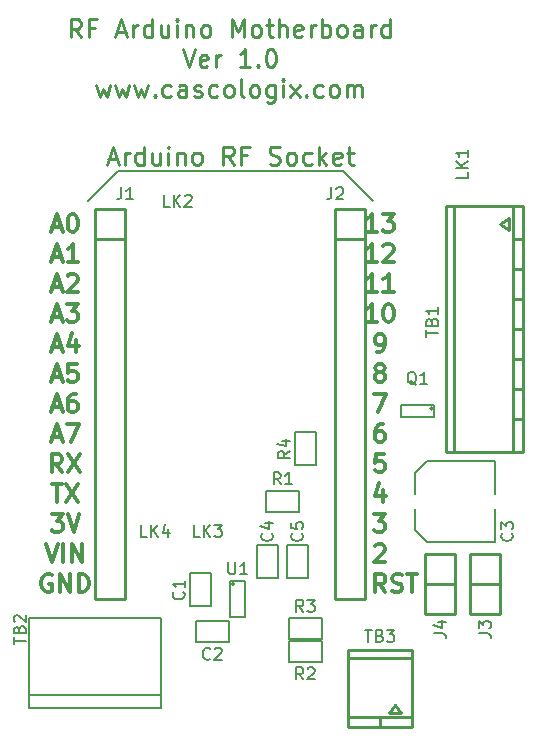
<source format=gbr>
G04 #@! TF.FileFunction,Legend,Top*
%FSLAX46Y46*%
G04 Gerber Fmt 4.6, Leading zero omitted, Abs format (unit mm)*
G04 Created by KiCad (PCBNEW 4.0.1-stable) date 1/29/2016 6:59:16 PM*
%MOMM*%
G01*
G04 APERTURE LIST*
%ADD10C,0.100000*%
%ADD11C,0.254000*%
%ADD12C,0.203200*%
%ADD13C,0.300000*%
%ADD14C,0.127000*%
%ADD15C,0.150000*%
%ADD16C,0.152400*%
G04 APERTURE END LIST*
D10*
D11*
X12772571Y-3229429D02*
X12264571Y-2503714D01*
X11901714Y-3229429D02*
X11901714Y-1705429D01*
X12482286Y-1705429D01*
X12627428Y-1778000D01*
X12700000Y-1850571D01*
X12772571Y-1995714D01*
X12772571Y-2213429D01*
X12700000Y-2358571D01*
X12627428Y-2431143D01*
X12482286Y-2503714D01*
X11901714Y-2503714D01*
X13933714Y-2431143D02*
X13425714Y-2431143D01*
X13425714Y-3229429D02*
X13425714Y-1705429D01*
X14151428Y-1705429D01*
X15820572Y-2794000D02*
X16546286Y-2794000D01*
X15675429Y-3229429D02*
X16183429Y-1705429D01*
X16691429Y-3229429D01*
X17199429Y-3229429D02*
X17199429Y-2213429D01*
X17199429Y-2503714D02*
X17272001Y-2358571D01*
X17344572Y-2286000D01*
X17489715Y-2213429D01*
X17634858Y-2213429D01*
X18796001Y-3229429D02*
X18796001Y-1705429D01*
X18796001Y-3156857D02*
X18650858Y-3229429D01*
X18360572Y-3229429D01*
X18215430Y-3156857D01*
X18142858Y-3084286D01*
X18070287Y-2939143D01*
X18070287Y-2503714D01*
X18142858Y-2358571D01*
X18215430Y-2286000D01*
X18360572Y-2213429D01*
X18650858Y-2213429D01*
X18796001Y-2286000D01*
X20174858Y-2213429D02*
X20174858Y-3229429D01*
X19521715Y-2213429D02*
X19521715Y-3011714D01*
X19594287Y-3156857D01*
X19739429Y-3229429D01*
X19957144Y-3229429D01*
X20102287Y-3156857D01*
X20174858Y-3084286D01*
X20900572Y-3229429D02*
X20900572Y-2213429D01*
X20900572Y-1705429D02*
X20828001Y-1778000D01*
X20900572Y-1850571D01*
X20973144Y-1778000D01*
X20900572Y-1705429D01*
X20900572Y-1850571D01*
X21626286Y-2213429D02*
X21626286Y-3229429D01*
X21626286Y-2358571D02*
X21698858Y-2286000D01*
X21844000Y-2213429D01*
X22061715Y-2213429D01*
X22206858Y-2286000D01*
X22279429Y-2431143D01*
X22279429Y-3229429D01*
X23222857Y-3229429D02*
X23077715Y-3156857D01*
X23005143Y-3084286D01*
X22932572Y-2939143D01*
X22932572Y-2503714D01*
X23005143Y-2358571D01*
X23077715Y-2286000D01*
X23222857Y-2213429D01*
X23440572Y-2213429D01*
X23585715Y-2286000D01*
X23658286Y-2358571D01*
X23730857Y-2503714D01*
X23730857Y-2939143D01*
X23658286Y-3084286D01*
X23585715Y-3156857D01*
X23440572Y-3229429D01*
X23222857Y-3229429D01*
X25545143Y-3229429D02*
X25545143Y-1705429D01*
X26053143Y-2794000D01*
X26561143Y-1705429D01*
X26561143Y-3229429D01*
X27504571Y-3229429D02*
X27359429Y-3156857D01*
X27286857Y-3084286D01*
X27214286Y-2939143D01*
X27214286Y-2503714D01*
X27286857Y-2358571D01*
X27359429Y-2286000D01*
X27504571Y-2213429D01*
X27722286Y-2213429D01*
X27867429Y-2286000D01*
X27940000Y-2358571D01*
X28012571Y-2503714D01*
X28012571Y-2939143D01*
X27940000Y-3084286D01*
X27867429Y-3156857D01*
X27722286Y-3229429D01*
X27504571Y-3229429D01*
X28448000Y-2213429D02*
X29028571Y-2213429D01*
X28665714Y-1705429D02*
X28665714Y-3011714D01*
X28738286Y-3156857D01*
X28883428Y-3229429D01*
X29028571Y-3229429D01*
X29536571Y-3229429D02*
X29536571Y-1705429D01*
X30189714Y-3229429D02*
X30189714Y-2431143D01*
X30117143Y-2286000D01*
X29972000Y-2213429D01*
X29754285Y-2213429D01*
X29609143Y-2286000D01*
X29536571Y-2358571D01*
X31496000Y-3156857D02*
X31350857Y-3229429D01*
X31060571Y-3229429D01*
X30915428Y-3156857D01*
X30842857Y-3011714D01*
X30842857Y-2431143D01*
X30915428Y-2286000D01*
X31060571Y-2213429D01*
X31350857Y-2213429D01*
X31496000Y-2286000D01*
X31568571Y-2431143D01*
X31568571Y-2576286D01*
X30842857Y-2721429D01*
X32221714Y-3229429D02*
X32221714Y-2213429D01*
X32221714Y-2503714D02*
X32294286Y-2358571D01*
X32366857Y-2286000D01*
X32512000Y-2213429D01*
X32657143Y-2213429D01*
X33165143Y-3229429D02*
X33165143Y-1705429D01*
X33165143Y-2286000D02*
X33310286Y-2213429D01*
X33600572Y-2213429D01*
X33745715Y-2286000D01*
X33818286Y-2358571D01*
X33890857Y-2503714D01*
X33890857Y-2939143D01*
X33818286Y-3084286D01*
X33745715Y-3156857D01*
X33600572Y-3229429D01*
X33310286Y-3229429D01*
X33165143Y-3156857D01*
X34761714Y-3229429D02*
X34616572Y-3156857D01*
X34544000Y-3084286D01*
X34471429Y-2939143D01*
X34471429Y-2503714D01*
X34544000Y-2358571D01*
X34616572Y-2286000D01*
X34761714Y-2213429D01*
X34979429Y-2213429D01*
X35124572Y-2286000D01*
X35197143Y-2358571D01*
X35269714Y-2503714D01*
X35269714Y-2939143D01*
X35197143Y-3084286D01*
X35124572Y-3156857D01*
X34979429Y-3229429D01*
X34761714Y-3229429D01*
X36576000Y-3229429D02*
X36576000Y-2431143D01*
X36503429Y-2286000D01*
X36358286Y-2213429D01*
X36068000Y-2213429D01*
X35922857Y-2286000D01*
X36576000Y-3156857D02*
X36430857Y-3229429D01*
X36068000Y-3229429D01*
X35922857Y-3156857D01*
X35850286Y-3011714D01*
X35850286Y-2866571D01*
X35922857Y-2721429D01*
X36068000Y-2648857D01*
X36430857Y-2648857D01*
X36576000Y-2576286D01*
X37301714Y-3229429D02*
X37301714Y-2213429D01*
X37301714Y-2503714D02*
X37374286Y-2358571D01*
X37446857Y-2286000D01*
X37592000Y-2213429D01*
X37737143Y-2213429D01*
X38898286Y-3229429D02*
X38898286Y-1705429D01*
X38898286Y-3156857D02*
X38753143Y-3229429D01*
X38462857Y-3229429D01*
X38317715Y-3156857D01*
X38245143Y-3084286D01*
X38172572Y-2939143D01*
X38172572Y-2503714D01*
X38245143Y-2358571D01*
X38317715Y-2286000D01*
X38462857Y-2213429D01*
X38753143Y-2213429D01*
X38898286Y-2286000D01*
X21372285Y-4245429D02*
X21880285Y-5769429D01*
X22388285Y-4245429D01*
X23476857Y-5696857D02*
X23331714Y-5769429D01*
X23041428Y-5769429D01*
X22896285Y-5696857D01*
X22823714Y-5551714D01*
X22823714Y-4971143D01*
X22896285Y-4826000D01*
X23041428Y-4753429D01*
X23331714Y-4753429D01*
X23476857Y-4826000D01*
X23549428Y-4971143D01*
X23549428Y-5116286D01*
X22823714Y-5261429D01*
X24202571Y-5769429D02*
X24202571Y-4753429D01*
X24202571Y-5043714D02*
X24275143Y-4898571D01*
X24347714Y-4826000D01*
X24492857Y-4753429D01*
X24638000Y-4753429D01*
X27105429Y-5769429D02*
X26234572Y-5769429D01*
X26670000Y-5769429D02*
X26670000Y-4245429D01*
X26524857Y-4463143D01*
X26379715Y-4608286D01*
X26234572Y-4680857D01*
X27758572Y-5624286D02*
X27831144Y-5696857D01*
X27758572Y-5769429D01*
X27686001Y-5696857D01*
X27758572Y-5624286D01*
X27758572Y-5769429D01*
X28774572Y-4245429D02*
X28919715Y-4245429D01*
X29064858Y-4318000D01*
X29137429Y-4390571D01*
X29210000Y-4535714D01*
X29282572Y-4826000D01*
X29282572Y-5188857D01*
X29210000Y-5479143D01*
X29137429Y-5624286D01*
X29064858Y-5696857D01*
X28919715Y-5769429D01*
X28774572Y-5769429D01*
X28629429Y-5696857D01*
X28556858Y-5624286D01*
X28484286Y-5479143D01*
X28411715Y-5188857D01*
X28411715Y-4826000D01*
X28484286Y-4535714D01*
X28556858Y-4390571D01*
X28629429Y-4318000D01*
X28774572Y-4245429D01*
X14078858Y-7293429D02*
X14369144Y-8309429D01*
X14659430Y-7583714D01*
X14949715Y-8309429D01*
X15240001Y-7293429D01*
X15675429Y-7293429D02*
X15965715Y-8309429D01*
X16256001Y-7583714D01*
X16546286Y-8309429D01*
X16836572Y-7293429D01*
X17272000Y-7293429D02*
X17562286Y-8309429D01*
X17852572Y-7583714D01*
X18142857Y-8309429D01*
X18433143Y-7293429D01*
X19013714Y-8164286D02*
X19086286Y-8236857D01*
X19013714Y-8309429D01*
X18941143Y-8236857D01*
X19013714Y-8164286D01*
X19013714Y-8309429D01*
X20392571Y-8236857D02*
X20247428Y-8309429D01*
X19957142Y-8309429D01*
X19812000Y-8236857D01*
X19739428Y-8164286D01*
X19666857Y-8019143D01*
X19666857Y-7583714D01*
X19739428Y-7438571D01*
X19812000Y-7366000D01*
X19957142Y-7293429D01*
X20247428Y-7293429D01*
X20392571Y-7366000D01*
X21698857Y-8309429D02*
X21698857Y-7511143D01*
X21626286Y-7366000D01*
X21481143Y-7293429D01*
X21190857Y-7293429D01*
X21045714Y-7366000D01*
X21698857Y-8236857D02*
X21553714Y-8309429D01*
X21190857Y-8309429D01*
X21045714Y-8236857D01*
X20973143Y-8091714D01*
X20973143Y-7946571D01*
X21045714Y-7801429D01*
X21190857Y-7728857D01*
X21553714Y-7728857D01*
X21698857Y-7656286D01*
X22352000Y-8236857D02*
X22497143Y-8309429D01*
X22787428Y-8309429D01*
X22932571Y-8236857D01*
X23005143Y-8091714D01*
X23005143Y-8019143D01*
X22932571Y-7874000D01*
X22787428Y-7801429D01*
X22569714Y-7801429D01*
X22424571Y-7728857D01*
X22352000Y-7583714D01*
X22352000Y-7511143D01*
X22424571Y-7366000D01*
X22569714Y-7293429D01*
X22787428Y-7293429D01*
X22932571Y-7366000D01*
X24311428Y-8236857D02*
X24166285Y-8309429D01*
X23875999Y-8309429D01*
X23730857Y-8236857D01*
X23658285Y-8164286D01*
X23585714Y-8019143D01*
X23585714Y-7583714D01*
X23658285Y-7438571D01*
X23730857Y-7366000D01*
X23875999Y-7293429D01*
X24166285Y-7293429D01*
X24311428Y-7366000D01*
X25182285Y-8309429D02*
X25037143Y-8236857D01*
X24964571Y-8164286D01*
X24892000Y-8019143D01*
X24892000Y-7583714D01*
X24964571Y-7438571D01*
X25037143Y-7366000D01*
X25182285Y-7293429D01*
X25400000Y-7293429D01*
X25545143Y-7366000D01*
X25617714Y-7438571D01*
X25690285Y-7583714D01*
X25690285Y-8019143D01*
X25617714Y-8164286D01*
X25545143Y-8236857D01*
X25400000Y-8309429D01*
X25182285Y-8309429D01*
X26561142Y-8309429D02*
X26416000Y-8236857D01*
X26343428Y-8091714D01*
X26343428Y-6785429D01*
X27359428Y-8309429D02*
X27214286Y-8236857D01*
X27141714Y-8164286D01*
X27069143Y-8019143D01*
X27069143Y-7583714D01*
X27141714Y-7438571D01*
X27214286Y-7366000D01*
X27359428Y-7293429D01*
X27577143Y-7293429D01*
X27722286Y-7366000D01*
X27794857Y-7438571D01*
X27867428Y-7583714D01*
X27867428Y-8019143D01*
X27794857Y-8164286D01*
X27722286Y-8236857D01*
X27577143Y-8309429D01*
X27359428Y-8309429D01*
X29173714Y-7293429D02*
X29173714Y-8527143D01*
X29101143Y-8672286D01*
X29028571Y-8744857D01*
X28883428Y-8817429D01*
X28665714Y-8817429D01*
X28520571Y-8744857D01*
X29173714Y-8236857D02*
X29028571Y-8309429D01*
X28738285Y-8309429D01*
X28593143Y-8236857D01*
X28520571Y-8164286D01*
X28448000Y-8019143D01*
X28448000Y-7583714D01*
X28520571Y-7438571D01*
X28593143Y-7366000D01*
X28738285Y-7293429D01*
X29028571Y-7293429D01*
X29173714Y-7366000D01*
X29899428Y-8309429D02*
X29899428Y-7293429D01*
X29899428Y-6785429D02*
X29826857Y-6858000D01*
X29899428Y-6930571D01*
X29972000Y-6858000D01*
X29899428Y-6785429D01*
X29899428Y-6930571D01*
X30479999Y-8309429D02*
X31278285Y-7293429D01*
X30479999Y-7293429D02*
X31278285Y-8309429D01*
X31858856Y-8164286D02*
X31931428Y-8236857D01*
X31858856Y-8309429D01*
X31786285Y-8236857D01*
X31858856Y-8164286D01*
X31858856Y-8309429D01*
X33237713Y-8236857D02*
X33092570Y-8309429D01*
X32802284Y-8309429D01*
X32657142Y-8236857D01*
X32584570Y-8164286D01*
X32511999Y-8019143D01*
X32511999Y-7583714D01*
X32584570Y-7438571D01*
X32657142Y-7366000D01*
X32802284Y-7293429D01*
X33092570Y-7293429D01*
X33237713Y-7366000D01*
X34108570Y-8309429D02*
X33963428Y-8236857D01*
X33890856Y-8164286D01*
X33818285Y-8019143D01*
X33818285Y-7583714D01*
X33890856Y-7438571D01*
X33963428Y-7366000D01*
X34108570Y-7293429D01*
X34326285Y-7293429D01*
X34471428Y-7366000D01*
X34543999Y-7438571D01*
X34616570Y-7583714D01*
X34616570Y-8019143D01*
X34543999Y-8164286D01*
X34471428Y-8236857D01*
X34326285Y-8309429D01*
X34108570Y-8309429D01*
X35269713Y-8309429D02*
X35269713Y-7293429D01*
X35269713Y-7438571D02*
X35342285Y-7366000D01*
X35487427Y-7293429D01*
X35705142Y-7293429D01*
X35850285Y-7366000D01*
X35922856Y-7511143D01*
X35922856Y-8309429D01*
X35922856Y-7511143D02*
X35995427Y-7366000D01*
X36140570Y-7293429D01*
X36358285Y-7293429D01*
X36503427Y-7366000D01*
X36575999Y-7511143D01*
X36575999Y-8309429D01*
X15094857Y-13589000D02*
X15820571Y-13589000D01*
X14949714Y-14024429D02*
X15457714Y-12500429D01*
X15965714Y-14024429D01*
X16473714Y-14024429D02*
X16473714Y-13008429D01*
X16473714Y-13298714D02*
X16546286Y-13153571D01*
X16618857Y-13081000D01*
X16764000Y-13008429D01*
X16909143Y-13008429D01*
X18070286Y-14024429D02*
X18070286Y-12500429D01*
X18070286Y-13951857D02*
X17925143Y-14024429D01*
X17634857Y-14024429D01*
X17489715Y-13951857D01*
X17417143Y-13879286D01*
X17344572Y-13734143D01*
X17344572Y-13298714D01*
X17417143Y-13153571D01*
X17489715Y-13081000D01*
X17634857Y-13008429D01*
X17925143Y-13008429D01*
X18070286Y-13081000D01*
X19449143Y-13008429D02*
X19449143Y-14024429D01*
X18796000Y-13008429D02*
X18796000Y-13806714D01*
X18868572Y-13951857D01*
X19013714Y-14024429D01*
X19231429Y-14024429D01*
X19376572Y-13951857D01*
X19449143Y-13879286D01*
X20174857Y-14024429D02*
X20174857Y-13008429D01*
X20174857Y-12500429D02*
X20102286Y-12573000D01*
X20174857Y-12645571D01*
X20247429Y-12573000D01*
X20174857Y-12500429D01*
X20174857Y-12645571D01*
X20900571Y-13008429D02*
X20900571Y-14024429D01*
X20900571Y-13153571D02*
X20973143Y-13081000D01*
X21118285Y-13008429D01*
X21336000Y-13008429D01*
X21481143Y-13081000D01*
X21553714Y-13226143D01*
X21553714Y-14024429D01*
X22497142Y-14024429D02*
X22352000Y-13951857D01*
X22279428Y-13879286D01*
X22206857Y-13734143D01*
X22206857Y-13298714D01*
X22279428Y-13153571D01*
X22352000Y-13081000D01*
X22497142Y-13008429D01*
X22714857Y-13008429D01*
X22860000Y-13081000D01*
X22932571Y-13153571D01*
X23005142Y-13298714D01*
X23005142Y-13734143D01*
X22932571Y-13879286D01*
X22860000Y-13951857D01*
X22714857Y-14024429D01*
X22497142Y-14024429D01*
X25690285Y-14024429D02*
X25182285Y-13298714D01*
X24819428Y-14024429D02*
X24819428Y-12500429D01*
X25400000Y-12500429D01*
X25545142Y-12573000D01*
X25617714Y-12645571D01*
X25690285Y-12790714D01*
X25690285Y-13008429D01*
X25617714Y-13153571D01*
X25545142Y-13226143D01*
X25400000Y-13298714D01*
X24819428Y-13298714D01*
X26851428Y-13226143D02*
X26343428Y-13226143D01*
X26343428Y-14024429D02*
X26343428Y-12500429D01*
X27069142Y-12500429D01*
X28738286Y-13951857D02*
X28956000Y-14024429D01*
X29318857Y-14024429D01*
X29464000Y-13951857D01*
X29536571Y-13879286D01*
X29609143Y-13734143D01*
X29609143Y-13589000D01*
X29536571Y-13443857D01*
X29464000Y-13371286D01*
X29318857Y-13298714D01*
X29028571Y-13226143D01*
X28883429Y-13153571D01*
X28810857Y-13081000D01*
X28738286Y-12935857D01*
X28738286Y-12790714D01*
X28810857Y-12645571D01*
X28883429Y-12573000D01*
X29028571Y-12500429D01*
X29391429Y-12500429D01*
X29609143Y-12573000D01*
X30480000Y-14024429D02*
X30334858Y-13951857D01*
X30262286Y-13879286D01*
X30189715Y-13734143D01*
X30189715Y-13298714D01*
X30262286Y-13153571D01*
X30334858Y-13081000D01*
X30480000Y-13008429D01*
X30697715Y-13008429D01*
X30842858Y-13081000D01*
X30915429Y-13153571D01*
X30988000Y-13298714D01*
X30988000Y-13734143D01*
X30915429Y-13879286D01*
X30842858Y-13951857D01*
X30697715Y-14024429D01*
X30480000Y-14024429D01*
X32294286Y-13951857D02*
X32149143Y-14024429D01*
X31858857Y-14024429D01*
X31713715Y-13951857D01*
X31641143Y-13879286D01*
X31568572Y-13734143D01*
X31568572Y-13298714D01*
X31641143Y-13153571D01*
X31713715Y-13081000D01*
X31858857Y-13008429D01*
X32149143Y-13008429D01*
X32294286Y-13081000D01*
X32947429Y-14024429D02*
X32947429Y-12500429D01*
X33092572Y-13443857D02*
X33528001Y-14024429D01*
X33528001Y-13008429D02*
X32947429Y-13589000D01*
X34761715Y-13951857D02*
X34616572Y-14024429D01*
X34326286Y-14024429D01*
X34181143Y-13951857D01*
X34108572Y-13806714D01*
X34108572Y-13226143D01*
X34181143Y-13081000D01*
X34326286Y-13008429D01*
X34616572Y-13008429D01*
X34761715Y-13081000D01*
X34834286Y-13226143D01*
X34834286Y-13371286D01*
X34108572Y-13516429D01*
X35269715Y-13008429D02*
X35850286Y-13008429D01*
X35487429Y-12500429D02*
X35487429Y-13806714D01*
X35560001Y-13951857D01*
X35705143Y-14024429D01*
X35850286Y-14024429D01*
D12*
X34925000Y-14605000D02*
X37465000Y-17145000D01*
X15875000Y-14605000D02*
X34925000Y-14605000D01*
X13335000Y-17145000D02*
X15875000Y-14605000D01*
D13*
X10287143Y-48780000D02*
X10144286Y-48708571D01*
X9930000Y-48708571D01*
X9715715Y-48780000D01*
X9572857Y-48922857D01*
X9501429Y-49065714D01*
X9430000Y-49351429D01*
X9430000Y-49565714D01*
X9501429Y-49851429D01*
X9572857Y-49994286D01*
X9715715Y-50137143D01*
X9930000Y-50208571D01*
X10072857Y-50208571D01*
X10287143Y-50137143D01*
X10358572Y-50065714D01*
X10358572Y-49565714D01*
X10072857Y-49565714D01*
X11001429Y-50208571D02*
X11001429Y-48708571D01*
X11858572Y-50208571D01*
X11858572Y-48708571D01*
X12572858Y-50208571D02*
X12572858Y-48708571D01*
X12930001Y-48708571D01*
X13144286Y-48780000D01*
X13287144Y-48922857D01*
X13358572Y-49065714D01*
X13430001Y-49351429D01*
X13430001Y-49565714D01*
X13358572Y-49851429D01*
X13287144Y-49994286D01*
X13144286Y-50137143D01*
X12930001Y-50208571D01*
X12572858Y-50208571D01*
X9787143Y-46168571D02*
X10287143Y-47668571D01*
X10787143Y-46168571D01*
X11287143Y-47668571D02*
X11287143Y-46168571D01*
X12001429Y-47668571D02*
X12001429Y-46168571D01*
X12858572Y-47668571D01*
X12858572Y-46168571D01*
X10287144Y-43628571D02*
X11215715Y-43628571D01*
X10715715Y-44200000D01*
X10930001Y-44200000D01*
X11072858Y-44271429D01*
X11144287Y-44342857D01*
X11215715Y-44485714D01*
X11215715Y-44842857D01*
X11144287Y-44985714D01*
X11072858Y-45057143D01*
X10930001Y-45128571D01*
X10501429Y-45128571D01*
X10358572Y-45057143D01*
X10287144Y-44985714D01*
X11644286Y-43628571D02*
X12144286Y-45128571D01*
X12644286Y-43628571D01*
X10287143Y-41088571D02*
X11144286Y-41088571D01*
X10715715Y-42588571D02*
X10715715Y-41088571D01*
X11501429Y-41088571D02*
X12501429Y-42588571D01*
X12501429Y-41088571D02*
X11501429Y-42588571D01*
X11180001Y-40048571D02*
X10680001Y-39334286D01*
X10322858Y-40048571D02*
X10322858Y-38548571D01*
X10894286Y-38548571D01*
X11037144Y-38620000D01*
X11108572Y-38691429D01*
X11180001Y-38834286D01*
X11180001Y-39048571D01*
X11108572Y-39191429D01*
X11037144Y-39262857D01*
X10894286Y-39334286D01*
X10322858Y-39334286D01*
X11680001Y-38548571D02*
X12680001Y-40048571D01*
X12680001Y-38548571D02*
X11680001Y-40048571D01*
X10358572Y-37080000D02*
X11072858Y-37080000D01*
X10215715Y-37508571D02*
X10715715Y-36008571D01*
X11215715Y-37508571D01*
X11572858Y-36008571D02*
X12572858Y-36008571D01*
X11930001Y-37508571D01*
X10358572Y-34540000D02*
X11072858Y-34540000D01*
X10215715Y-34968571D02*
X10715715Y-33468571D01*
X11215715Y-34968571D01*
X12358572Y-33468571D02*
X12072858Y-33468571D01*
X11930001Y-33540000D01*
X11858572Y-33611429D01*
X11715715Y-33825714D01*
X11644286Y-34111429D01*
X11644286Y-34682857D01*
X11715715Y-34825714D01*
X11787143Y-34897143D01*
X11930001Y-34968571D01*
X12215715Y-34968571D01*
X12358572Y-34897143D01*
X12430001Y-34825714D01*
X12501429Y-34682857D01*
X12501429Y-34325714D01*
X12430001Y-34182857D01*
X12358572Y-34111429D01*
X12215715Y-34040000D01*
X11930001Y-34040000D01*
X11787143Y-34111429D01*
X11715715Y-34182857D01*
X11644286Y-34325714D01*
X10358572Y-32000000D02*
X11072858Y-32000000D01*
X10215715Y-32428571D02*
X10715715Y-30928571D01*
X11215715Y-32428571D01*
X12430001Y-30928571D02*
X11715715Y-30928571D01*
X11644286Y-31642857D01*
X11715715Y-31571429D01*
X11858572Y-31500000D01*
X12215715Y-31500000D01*
X12358572Y-31571429D01*
X12430001Y-31642857D01*
X12501429Y-31785714D01*
X12501429Y-32142857D01*
X12430001Y-32285714D01*
X12358572Y-32357143D01*
X12215715Y-32428571D01*
X11858572Y-32428571D01*
X11715715Y-32357143D01*
X11644286Y-32285714D01*
X10358572Y-29460000D02*
X11072858Y-29460000D01*
X10215715Y-29888571D02*
X10715715Y-28388571D01*
X11215715Y-29888571D01*
X12358572Y-28888571D02*
X12358572Y-29888571D01*
X12001429Y-28317143D02*
X11644286Y-29388571D01*
X12572858Y-29388571D01*
X10358572Y-26920000D02*
X11072858Y-26920000D01*
X10215715Y-27348571D02*
X10715715Y-25848571D01*
X11215715Y-27348571D01*
X11572858Y-25848571D02*
X12501429Y-25848571D01*
X12001429Y-26420000D01*
X12215715Y-26420000D01*
X12358572Y-26491429D01*
X12430001Y-26562857D01*
X12501429Y-26705714D01*
X12501429Y-27062857D01*
X12430001Y-27205714D01*
X12358572Y-27277143D01*
X12215715Y-27348571D01*
X11787143Y-27348571D01*
X11644286Y-27277143D01*
X11572858Y-27205714D01*
X10358572Y-24380000D02*
X11072858Y-24380000D01*
X10215715Y-24808571D02*
X10715715Y-23308571D01*
X11215715Y-24808571D01*
X11644286Y-23451429D02*
X11715715Y-23380000D01*
X11858572Y-23308571D01*
X12215715Y-23308571D01*
X12358572Y-23380000D01*
X12430001Y-23451429D01*
X12501429Y-23594286D01*
X12501429Y-23737143D01*
X12430001Y-23951429D01*
X11572858Y-24808571D01*
X12501429Y-24808571D01*
X10358572Y-21840000D02*
X11072858Y-21840000D01*
X10215715Y-22268571D02*
X10715715Y-20768571D01*
X11215715Y-22268571D01*
X12501429Y-22268571D02*
X11644286Y-22268571D01*
X12072858Y-22268571D02*
X12072858Y-20768571D01*
X11930001Y-20982857D01*
X11787143Y-21125714D01*
X11644286Y-21197143D01*
X10358572Y-19300000D02*
X11072858Y-19300000D01*
X10215715Y-19728571D02*
X10715715Y-18228571D01*
X11215715Y-19728571D01*
X12001429Y-18228571D02*
X12144286Y-18228571D01*
X12287143Y-18300000D01*
X12358572Y-18371429D01*
X12430001Y-18514286D01*
X12501429Y-18800000D01*
X12501429Y-19157143D01*
X12430001Y-19442857D01*
X12358572Y-19585714D01*
X12287143Y-19657143D01*
X12144286Y-19728571D01*
X12001429Y-19728571D01*
X11858572Y-19657143D01*
X11787143Y-19585714D01*
X11715715Y-19442857D01*
X11644286Y-19157143D01*
X11644286Y-18800000D01*
X11715715Y-18514286D01*
X11787143Y-18371429D01*
X11858572Y-18300000D01*
X12001429Y-18228571D01*
X37814286Y-19728571D02*
X36957143Y-19728571D01*
X37385715Y-19728571D02*
X37385715Y-18228571D01*
X37242858Y-18442857D01*
X37100000Y-18585714D01*
X36957143Y-18657143D01*
X38314286Y-18228571D02*
X39242857Y-18228571D01*
X38742857Y-18800000D01*
X38957143Y-18800000D01*
X39100000Y-18871429D01*
X39171429Y-18942857D01*
X39242857Y-19085714D01*
X39242857Y-19442857D01*
X39171429Y-19585714D01*
X39100000Y-19657143D01*
X38957143Y-19728571D01*
X38528571Y-19728571D01*
X38385714Y-19657143D01*
X38314286Y-19585714D01*
X37814286Y-22268571D02*
X36957143Y-22268571D01*
X37385715Y-22268571D02*
X37385715Y-20768571D01*
X37242858Y-20982857D01*
X37100000Y-21125714D01*
X36957143Y-21197143D01*
X38385714Y-20911429D02*
X38457143Y-20840000D01*
X38600000Y-20768571D01*
X38957143Y-20768571D01*
X39100000Y-20840000D01*
X39171429Y-20911429D01*
X39242857Y-21054286D01*
X39242857Y-21197143D01*
X39171429Y-21411429D01*
X38314286Y-22268571D01*
X39242857Y-22268571D01*
X37814286Y-24808571D02*
X36957143Y-24808571D01*
X37385715Y-24808571D02*
X37385715Y-23308571D01*
X37242858Y-23522857D01*
X37100000Y-23665714D01*
X36957143Y-23737143D01*
X39242857Y-24808571D02*
X38385714Y-24808571D01*
X38814286Y-24808571D02*
X38814286Y-23308571D01*
X38671429Y-23522857D01*
X38528571Y-23665714D01*
X38385714Y-23737143D01*
X37814286Y-27348571D02*
X36957143Y-27348571D01*
X37385715Y-27348571D02*
X37385715Y-25848571D01*
X37242858Y-26062857D01*
X37100000Y-26205714D01*
X36957143Y-26277143D01*
X38742857Y-25848571D02*
X38885714Y-25848571D01*
X39028571Y-25920000D01*
X39100000Y-25991429D01*
X39171429Y-26134286D01*
X39242857Y-26420000D01*
X39242857Y-26777143D01*
X39171429Y-27062857D01*
X39100000Y-27205714D01*
X39028571Y-27277143D01*
X38885714Y-27348571D01*
X38742857Y-27348571D01*
X38600000Y-27277143D01*
X38528571Y-27205714D01*
X38457143Y-27062857D01*
X38385714Y-26777143D01*
X38385714Y-26420000D01*
X38457143Y-26134286D01*
X38528571Y-25991429D01*
X38600000Y-25920000D01*
X38742857Y-25848571D01*
X37814286Y-29888571D02*
X38100001Y-29888571D01*
X38242858Y-29817143D01*
X38314286Y-29745714D01*
X38457144Y-29531429D01*
X38528572Y-29245714D01*
X38528572Y-28674286D01*
X38457144Y-28531429D01*
X38385715Y-28460000D01*
X38242858Y-28388571D01*
X37957144Y-28388571D01*
X37814286Y-28460000D01*
X37742858Y-28531429D01*
X37671429Y-28674286D01*
X37671429Y-29031429D01*
X37742858Y-29174286D01*
X37814286Y-29245714D01*
X37957144Y-29317143D01*
X38242858Y-29317143D01*
X38385715Y-29245714D01*
X38457144Y-29174286D01*
X38528572Y-29031429D01*
X37957144Y-31571429D02*
X37814286Y-31500000D01*
X37742858Y-31428571D01*
X37671429Y-31285714D01*
X37671429Y-31214286D01*
X37742858Y-31071429D01*
X37814286Y-31000000D01*
X37957144Y-30928571D01*
X38242858Y-30928571D01*
X38385715Y-31000000D01*
X38457144Y-31071429D01*
X38528572Y-31214286D01*
X38528572Y-31285714D01*
X38457144Y-31428571D01*
X38385715Y-31500000D01*
X38242858Y-31571429D01*
X37957144Y-31571429D01*
X37814286Y-31642857D01*
X37742858Y-31714286D01*
X37671429Y-31857143D01*
X37671429Y-32142857D01*
X37742858Y-32285714D01*
X37814286Y-32357143D01*
X37957144Y-32428571D01*
X38242858Y-32428571D01*
X38385715Y-32357143D01*
X38457144Y-32285714D01*
X38528572Y-32142857D01*
X38528572Y-31857143D01*
X38457144Y-31714286D01*
X38385715Y-31642857D01*
X38242858Y-31571429D01*
X37600001Y-33468571D02*
X38600001Y-33468571D01*
X37957144Y-34968571D01*
X38385715Y-36008571D02*
X38100001Y-36008571D01*
X37957144Y-36080000D01*
X37885715Y-36151429D01*
X37742858Y-36365714D01*
X37671429Y-36651429D01*
X37671429Y-37222857D01*
X37742858Y-37365714D01*
X37814286Y-37437143D01*
X37957144Y-37508571D01*
X38242858Y-37508571D01*
X38385715Y-37437143D01*
X38457144Y-37365714D01*
X38528572Y-37222857D01*
X38528572Y-36865714D01*
X38457144Y-36722857D01*
X38385715Y-36651429D01*
X38242858Y-36580000D01*
X37957144Y-36580000D01*
X37814286Y-36651429D01*
X37742858Y-36722857D01*
X37671429Y-36865714D01*
X38457144Y-38548571D02*
X37742858Y-38548571D01*
X37671429Y-39262857D01*
X37742858Y-39191429D01*
X37885715Y-39120000D01*
X38242858Y-39120000D01*
X38385715Y-39191429D01*
X38457144Y-39262857D01*
X38528572Y-39405714D01*
X38528572Y-39762857D01*
X38457144Y-39905714D01*
X38385715Y-39977143D01*
X38242858Y-40048571D01*
X37885715Y-40048571D01*
X37742858Y-39977143D01*
X37671429Y-39905714D01*
X38385715Y-41588571D02*
X38385715Y-42588571D01*
X38028572Y-41017143D02*
X37671429Y-42088571D01*
X38600001Y-42088571D01*
X37600001Y-43628571D02*
X38528572Y-43628571D01*
X38028572Y-44200000D01*
X38242858Y-44200000D01*
X38385715Y-44271429D01*
X38457144Y-44342857D01*
X38528572Y-44485714D01*
X38528572Y-44842857D01*
X38457144Y-44985714D01*
X38385715Y-45057143D01*
X38242858Y-45128571D01*
X37814286Y-45128571D01*
X37671429Y-45057143D01*
X37600001Y-44985714D01*
X37671429Y-46311429D02*
X37742858Y-46240000D01*
X37885715Y-46168571D01*
X38242858Y-46168571D01*
X38385715Y-46240000D01*
X38457144Y-46311429D01*
X38528572Y-46454286D01*
X38528572Y-46597143D01*
X38457144Y-46811429D01*
X37600001Y-47668571D01*
X38528572Y-47668571D01*
X38548572Y-50208571D02*
X38048572Y-49494286D01*
X37691429Y-50208571D02*
X37691429Y-48708571D01*
X38262857Y-48708571D01*
X38405715Y-48780000D01*
X38477143Y-48851429D01*
X38548572Y-48994286D01*
X38548572Y-49208571D01*
X38477143Y-49351429D01*
X38405715Y-49422857D01*
X38262857Y-49494286D01*
X37691429Y-49494286D01*
X39120000Y-50137143D02*
X39334286Y-50208571D01*
X39691429Y-50208571D01*
X39834286Y-50137143D01*
X39905715Y-50065714D01*
X39977143Y-49922857D01*
X39977143Y-49780000D01*
X39905715Y-49637143D01*
X39834286Y-49565714D01*
X39691429Y-49494286D01*
X39405715Y-49422857D01*
X39262857Y-49351429D01*
X39191429Y-49280000D01*
X39120000Y-49137143D01*
X39120000Y-48994286D01*
X39191429Y-48851429D01*
X39262857Y-48780000D01*
X39405715Y-48708571D01*
X39762857Y-48708571D01*
X39977143Y-48780000D01*
X40405714Y-48708571D02*
X41262857Y-48708571D01*
X40834286Y-50208571D02*
X40834286Y-48708571D01*
D14*
X19558000Y-58928000D02*
X8382000Y-58928000D01*
X19558000Y-60071000D02*
X8382000Y-60071000D01*
X8382000Y-60071000D02*
X8382000Y-52451000D01*
X8382000Y-52451000D02*
X19558000Y-52451000D01*
X19558000Y-52451000D02*
X19558000Y-60071000D01*
D11*
X34290000Y-50800000D02*
X34290000Y-17780000D01*
X36830000Y-17780000D02*
X36830000Y-50800000D01*
X36830000Y-50800000D02*
X34290000Y-50800000D01*
X34290000Y-20320000D02*
X36830000Y-20320000D01*
X34290000Y-17780000D02*
X36830000Y-17780000D01*
X13970000Y-50800000D02*
X13970000Y-17780000D01*
X16510000Y-17780000D02*
X16510000Y-50800000D01*
X16510000Y-50800000D02*
X13970000Y-50800000D01*
X13970000Y-20320000D02*
X16510000Y-20320000D01*
X13970000Y-17780000D02*
X16510000Y-17780000D01*
X38100000Y-61620000D02*
X38100000Y-60820000D01*
X40840000Y-55820000D02*
X35360000Y-55820000D01*
X40840000Y-60820000D02*
X35360000Y-60820000D01*
X40840000Y-55120000D02*
X40840000Y-61620000D01*
X40840000Y-61620000D02*
X35360000Y-61620000D01*
X35360000Y-61620000D02*
X35360000Y-55120000D01*
X35360000Y-55120000D02*
X40840000Y-55120000D01*
X39369840Y-59768880D02*
X38869460Y-60469920D01*
X38869460Y-60469920D02*
X39870220Y-60469920D01*
X39870220Y-60469920D02*
X39369840Y-59768880D01*
X48288880Y-19039840D02*
X48989920Y-18539460D01*
X48989920Y-18539460D02*
X48989920Y-19540220D01*
X48989920Y-19540220D02*
X48288880Y-19039840D01*
X44389040Y-17541240D02*
X44389040Y-38338760D01*
X49390300Y-17541240D02*
X49390300Y-38338760D01*
X50190400Y-17541240D02*
X43690540Y-17541240D01*
X43690540Y-17541240D02*
X43690540Y-38338760D01*
X43690540Y-38338760D02*
X50190400Y-38338760D01*
X50190400Y-38338760D02*
X50190400Y-17541240D01*
X49560480Y-35560000D02*
X50195480Y-35560000D01*
X49560480Y-33020000D02*
X50195480Y-33020000D01*
X49560480Y-30480000D02*
X50195480Y-30480000D01*
X49560480Y-27940000D02*
X50195480Y-27940000D01*
X49560480Y-25400000D02*
X50195480Y-25400000D01*
X49560480Y-22860000D02*
X50195480Y-22860000D01*
X49560480Y-20320000D02*
X50195480Y-20320000D01*
D15*
X41050000Y-43145000D02*
X41050000Y-44945000D01*
X41050000Y-40145000D02*
X41050000Y-41945000D01*
X47850000Y-41945000D02*
X47850000Y-39145000D01*
X47850000Y-45945000D02*
X47850000Y-43145000D01*
X47850000Y-45945000D02*
X42050000Y-45945000D01*
X42050000Y-45945000D02*
X41050000Y-44945000D01*
X41050000Y-40145000D02*
X42050000Y-39145000D01*
X42050000Y-39145000D02*
X47850000Y-39145000D01*
D16*
X23749000Y-48641000D02*
X23749000Y-51435000D01*
X23749000Y-51435000D02*
X21971000Y-51435000D01*
X21971000Y-51435000D02*
X21971000Y-48641000D01*
X21971000Y-48641000D02*
X23749000Y-48641000D01*
X25273000Y-54483000D02*
X22479000Y-54483000D01*
X22479000Y-54483000D02*
X22479000Y-52705000D01*
X22479000Y-52705000D02*
X25273000Y-52705000D01*
X25273000Y-52705000D02*
X25273000Y-54483000D01*
X27686000Y-49022000D02*
X27686000Y-46228000D01*
X27686000Y-46228000D02*
X29464000Y-46228000D01*
X29464000Y-46228000D02*
X29464000Y-49022000D01*
X29464000Y-49022000D02*
X27686000Y-49022000D01*
X30226000Y-49022000D02*
X30226000Y-46228000D01*
X30226000Y-46228000D02*
X32004000Y-46228000D01*
X32004000Y-46228000D02*
X32004000Y-49022000D01*
X32004000Y-49022000D02*
X30226000Y-49022000D01*
D12*
X42545000Y-34671000D02*
G75*
G03X42545000Y-34671000I-127000J0D01*
G01*
X42672000Y-34417000D02*
X42672000Y-35433000D01*
X39878000Y-34417000D02*
X39878000Y-35433000D01*
X42672000Y-35433000D02*
X39878000Y-35433000D01*
X42672000Y-34417000D02*
X39878000Y-34417000D01*
D16*
X31242000Y-43434000D02*
X28448000Y-43434000D01*
X28448000Y-43434000D02*
X28448000Y-41656000D01*
X28448000Y-41656000D02*
X31242000Y-41656000D01*
X31242000Y-41656000D02*
X31242000Y-43434000D01*
X33147000Y-56134000D02*
X30353000Y-56134000D01*
X30353000Y-56134000D02*
X30353000Y-54356000D01*
X30353000Y-54356000D02*
X33147000Y-54356000D01*
X33147000Y-54356000D02*
X33147000Y-56134000D01*
X33147000Y-54229000D02*
X30353000Y-54229000D01*
X30353000Y-54229000D02*
X30353000Y-52451000D01*
X30353000Y-52451000D02*
X33147000Y-52451000D01*
X33147000Y-52451000D02*
X33147000Y-54229000D01*
D12*
X25781000Y-49530000D02*
G75*
G03X25781000Y-49530000I-127000J0D01*
G01*
X25400000Y-49276000D02*
X25400000Y-52324000D01*
X25400000Y-52324000D02*
X26670000Y-52324000D01*
X26670000Y-52324000D02*
X26670000Y-49276000D01*
X26670000Y-49276000D02*
X25400000Y-49276000D01*
D11*
X45720000Y-46990000D02*
X45720000Y-52070000D01*
X48260000Y-46990000D02*
X48260000Y-52070000D01*
X45720000Y-46990000D02*
X48260000Y-46990000D01*
X48260000Y-52070000D02*
X45720000Y-52070000D01*
X48260000Y-49530000D02*
X45720000Y-49530000D01*
X44450000Y-52070000D02*
X44450000Y-46990000D01*
X41910000Y-52070000D02*
X41910000Y-46990000D01*
X44450000Y-52070000D02*
X41910000Y-52070000D01*
X41910000Y-46990000D02*
X44450000Y-46990000D01*
X41910000Y-49530000D02*
X44450000Y-49530000D01*
D16*
X32639000Y-36703000D02*
X32639000Y-39497000D01*
X32639000Y-39497000D02*
X30861000Y-39497000D01*
X30861000Y-39497000D02*
X30861000Y-36703000D01*
X30861000Y-36703000D02*
X32639000Y-36703000D01*
D14*
X7063619Y-54622095D02*
X7063619Y-54041524D01*
X8079619Y-54331809D02*
X7063619Y-54331809D01*
X7547429Y-53364191D02*
X7595810Y-53219048D01*
X7644190Y-53170667D01*
X7740952Y-53122286D01*
X7886095Y-53122286D01*
X7982857Y-53170667D01*
X8031238Y-53219048D01*
X8079619Y-53315810D01*
X8079619Y-53702857D01*
X7063619Y-53702857D01*
X7063619Y-53364191D01*
X7112000Y-53267429D01*
X7160381Y-53219048D01*
X7257143Y-53170667D01*
X7353905Y-53170667D01*
X7450667Y-53219048D01*
X7499048Y-53267429D01*
X7547429Y-53364191D01*
X7547429Y-53702857D01*
X7160381Y-52735238D02*
X7112000Y-52686857D01*
X7063619Y-52590095D01*
X7063619Y-52348191D01*
X7112000Y-52251429D01*
X7160381Y-52203048D01*
X7257143Y-52154667D01*
X7353905Y-52154667D01*
X7499048Y-52203048D01*
X8079619Y-52783619D01*
X8079619Y-52154667D01*
X33951333Y-15953619D02*
X33951333Y-16679333D01*
X33902953Y-16824476D01*
X33806191Y-16921238D01*
X33661048Y-16969619D01*
X33564286Y-16969619D01*
X34386762Y-16050381D02*
X34435143Y-16002000D01*
X34531905Y-15953619D01*
X34773809Y-15953619D01*
X34870571Y-16002000D01*
X34918952Y-16050381D01*
X34967333Y-16147143D01*
X34967333Y-16243905D01*
X34918952Y-16389048D01*
X34338381Y-16969619D01*
X34967333Y-16969619D01*
X16171333Y-15953619D02*
X16171333Y-16679333D01*
X16122953Y-16824476D01*
X16026191Y-16921238D01*
X15881048Y-16969619D01*
X15784286Y-16969619D01*
X17187333Y-16969619D02*
X16606762Y-16969619D01*
X16897048Y-16969619D02*
X16897048Y-15953619D01*
X16800286Y-16098762D01*
X16703524Y-16195524D01*
X16606762Y-16243905D01*
X36817905Y-53418619D02*
X37398476Y-53418619D01*
X37108191Y-54434619D02*
X37108191Y-53418619D01*
X38075809Y-53902429D02*
X38220952Y-53950810D01*
X38269333Y-53999190D01*
X38317714Y-54095952D01*
X38317714Y-54241095D01*
X38269333Y-54337857D01*
X38220952Y-54386238D01*
X38124190Y-54434619D01*
X37737143Y-54434619D01*
X37737143Y-53418619D01*
X38075809Y-53418619D01*
X38172571Y-53467000D01*
X38220952Y-53515381D01*
X38269333Y-53612143D01*
X38269333Y-53708905D01*
X38220952Y-53805667D01*
X38172571Y-53854048D01*
X38075809Y-53902429D01*
X37737143Y-53902429D01*
X38656381Y-53418619D02*
X39285333Y-53418619D01*
X38946667Y-53805667D01*
X39091809Y-53805667D01*
X39188571Y-53854048D01*
X39236952Y-53902429D01*
X39285333Y-53999190D01*
X39285333Y-54241095D01*
X39236952Y-54337857D01*
X39188571Y-54386238D01*
X39091809Y-54434619D01*
X38801524Y-54434619D01*
X38704762Y-54386238D01*
X38656381Y-54337857D01*
X41988619Y-28587095D02*
X41988619Y-28006524D01*
X43004619Y-28296809D02*
X41988619Y-28296809D01*
X42472429Y-27329191D02*
X42520810Y-27184048D01*
X42569190Y-27135667D01*
X42665952Y-27087286D01*
X42811095Y-27087286D01*
X42907857Y-27135667D01*
X42956238Y-27184048D01*
X43004619Y-27280810D01*
X43004619Y-27667857D01*
X41988619Y-27667857D01*
X41988619Y-27329191D01*
X42037000Y-27232429D01*
X42085381Y-27184048D01*
X42182143Y-27135667D01*
X42278905Y-27135667D01*
X42375667Y-27184048D01*
X42424048Y-27232429D01*
X42472429Y-27329191D01*
X42472429Y-27667857D01*
X43004619Y-26119667D02*
X43004619Y-26700238D01*
X43004619Y-26409952D02*
X41988619Y-26409952D01*
X42133762Y-26506714D01*
X42230524Y-26603476D01*
X42278905Y-26700238D01*
D15*
X49252143Y-45251666D02*
X49299762Y-45299285D01*
X49347381Y-45442142D01*
X49347381Y-45537380D01*
X49299762Y-45680238D01*
X49204524Y-45775476D01*
X49109286Y-45823095D01*
X48918810Y-45870714D01*
X48775952Y-45870714D01*
X48585476Y-45823095D01*
X48490238Y-45775476D01*
X48395000Y-45680238D01*
X48347381Y-45537380D01*
X48347381Y-45442142D01*
X48395000Y-45299285D01*
X48442619Y-45251666D01*
X48347381Y-44918333D02*
X48347381Y-44299285D01*
X48728333Y-44632619D01*
X48728333Y-44489761D01*
X48775952Y-44394523D01*
X48823571Y-44346904D01*
X48918810Y-44299285D01*
X49156905Y-44299285D01*
X49252143Y-44346904D01*
X49299762Y-44394523D01*
X49347381Y-44489761D01*
X49347381Y-44775476D01*
X49299762Y-44870714D01*
X49252143Y-44918333D01*
D16*
X21444857Y-50207333D02*
X21493238Y-50255714D01*
X21541619Y-50400857D01*
X21541619Y-50497619D01*
X21493238Y-50642761D01*
X21396476Y-50739523D01*
X21299714Y-50787904D01*
X21106190Y-50836285D01*
X20961048Y-50836285D01*
X20767524Y-50787904D01*
X20670762Y-50739523D01*
X20574000Y-50642761D01*
X20525619Y-50497619D01*
X20525619Y-50400857D01*
X20574000Y-50255714D01*
X20622381Y-50207333D01*
X21541619Y-49239714D02*
X21541619Y-49820285D01*
X21541619Y-49529999D02*
X20525619Y-49529999D01*
X20670762Y-49626761D01*
X20767524Y-49723523D01*
X20815905Y-49820285D01*
X23706667Y-55861857D02*
X23658286Y-55910238D01*
X23513143Y-55958619D01*
X23416381Y-55958619D01*
X23271239Y-55910238D01*
X23174477Y-55813476D01*
X23126096Y-55716714D01*
X23077715Y-55523190D01*
X23077715Y-55378048D01*
X23126096Y-55184524D01*
X23174477Y-55087762D01*
X23271239Y-54991000D01*
X23416381Y-54942619D01*
X23513143Y-54942619D01*
X23658286Y-54991000D01*
X23706667Y-55039381D01*
X24093715Y-55039381D02*
X24142096Y-54991000D01*
X24238858Y-54942619D01*
X24480762Y-54942619D01*
X24577524Y-54991000D01*
X24625905Y-55039381D01*
X24674286Y-55136143D01*
X24674286Y-55232905D01*
X24625905Y-55378048D01*
X24045334Y-55958619D01*
X24674286Y-55958619D01*
X28937857Y-45254333D02*
X28986238Y-45302714D01*
X29034619Y-45447857D01*
X29034619Y-45544619D01*
X28986238Y-45689761D01*
X28889476Y-45786523D01*
X28792714Y-45834904D01*
X28599190Y-45883285D01*
X28454048Y-45883285D01*
X28260524Y-45834904D01*
X28163762Y-45786523D01*
X28067000Y-45689761D01*
X28018619Y-45544619D01*
X28018619Y-45447857D01*
X28067000Y-45302714D01*
X28115381Y-45254333D01*
X28357286Y-44383476D02*
X29034619Y-44383476D01*
X27970238Y-44625380D02*
X28695952Y-44867285D01*
X28695952Y-44238333D01*
X31477857Y-45254333D02*
X31526238Y-45302714D01*
X31574619Y-45447857D01*
X31574619Y-45544619D01*
X31526238Y-45689761D01*
X31429476Y-45786523D01*
X31332714Y-45834904D01*
X31139190Y-45883285D01*
X30994048Y-45883285D01*
X30800524Y-45834904D01*
X30703762Y-45786523D01*
X30607000Y-45689761D01*
X30558619Y-45544619D01*
X30558619Y-45447857D01*
X30607000Y-45302714D01*
X30655381Y-45254333D01*
X30558619Y-44335095D02*
X30558619Y-44818904D01*
X31042429Y-44867285D01*
X30994048Y-44818904D01*
X30945667Y-44722142D01*
X30945667Y-44480238D01*
X30994048Y-44383476D01*
X31042429Y-44335095D01*
X31139190Y-44286714D01*
X31381095Y-44286714D01*
X31477857Y-44335095D01*
X31526238Y-44383476D01*
X31574619Y-44480238D01*
X31574619Y-44722142D01*
X31526238Y-44818904D01*
X31477857Y-44867285D01*
D12*
X45544619Y-14647333D02*
X45544619Y-15131142D01*
X44528619Y-15131142D01*
X45544619Y-14308666D02*
X44528619Y-14308666D01*
X45544619Y-13728095D02*
X44964048Y-14163523D01*
X44528619Y-13728095D02*
X45109190Y-14308666D01*
X45544619Y-12760476D02*
X45544619Y-13341047D01*
X45544619Y-13050761D02*
X44528619Y-13050761D01*
X44673762Y-13147523D01*
X44770524Y-13244285D01*
X44818905Y-13341047D01*
X20277667Y-17604619D02*
X19793858Y-17604619D01*
X19793858Y-16588619D01*
X20616334Y-17604619D02*
X20616334Y-16588619D01*
X21196905Y-17604619D02*
X20761477Y-17024048D01*
X21196905Y-16588619D02*
X20616334Y-17169190D01*
X21583953Y-16685381D02*
X21632334Y-16637000D01*
X21729096Y-16588619D01*
X21971000Y-16588619D01*
X22067762Y-16637000D01*
X22116143Y-16685381D01*
X22164524Y-16782143D01*
X22164524Y-16878905D01*
X22116143Y-17024048D01*
X21535572Y-17604619D01*
X22164524Y-17604619D01*
X22817667Y-45544619D02*
X22333858Y-45544619D01*
X22333858Y-44528619D01*
X23156334Y-45544619D02*
X23156334Y-44528619D01*
X23736905Y-45544619D02*
X23301477Y-44964048D01*
X23736905Y-44528619D02*
X23156334Y-45109190D01*
X24075572Y-44528619D02*
X24704524Y-44528619D01*
X24365858Y-44915667D01*
X24511000Y-44915667D01*
X24607762Y-44964048D01*
X24656143Y-45012429D01*
X24704524Y-45109190D01*
X24704524Y-45351095D01*
X24656143Y-45447857D01*
X24607762Y-45496238D01*
X24511000Y-45544619D01*
X24220715Y-45544619D01*
X24123953Y-45496238D01*
X24075572Y-45447857D01*
X18372667Y-45544619D02*
X17888858Y-45544619D01*
X17888858Y-44528619D01*
X18711334Y-45544619D02*
X18711334Y-44528619D01*
X19291905Y-45544619D02*
X18856477Y-44964048D01*
X19291905Y-44528619D02*
X18711334Y-45109190D01*
X20162762Y-44867286D02*
X20162762Y-45544619D01*
X19920858Y-44480238D02*
X19678953Y-45205952D01*
X20307905Y-45205952D01*
D16*
X41178238Y-32687381D02*
X41081476Y-32639000D01*
X40984714Y-32542238D01*
X40839571Y-32397095D01*
X40742810Y-32348714D01*
X40646048Y-32348714D01*
X40694429Y-32590619D02*
X40597667Y-32542238D01*
X40500905Y-32445476D01*
X40452524Y-32251952D01*
X40452524Y-31913286D01*
X40500905Y-31719762D01*
X40597667Y-31623000D01*
X40694429Y-31574619D01*
X40887952Y-31574619D01*
X40984714Y-31623000D01*
X41081476Y-31719762D01*
X41129857Y-31913286D01*
X41129857Y-32251952D01*
X41081476Y-32445476D01*
X40984714Y-32542238D01*
X40887952Y-32590619D01*
X40694429Y-32590619D01*
X42097476Y-32590619D02*
X41516905Y-32590619D01*
X41807191Y-32590619D02*
X41807191Y-31574619D01*
X41710429Y-31719762D01*
X41613667Y-31816524D01*
X41516905Y-31864905D01*
X29675667Y-41099619D02*
X29337001Y-40615810D01*
X29095096Y-41099619D02*
X29095096Y-40083619D01*
X29482143Y-40083619D01*
X29578905Y-40132000D01*
X29627286Y-40180381D01*
X29675667Y-40277143D01*
X29675667Y-40422286D01*
X29627286Y-40519048D01*
X29578905Y-40567429D01*
X29482143Y-40615810D01*
X29095096Y-40615810D01*
X30643286Y-41099619D02*
X30062715Y-41099619D01*
X30353001Y-41099619D02*
X30353001Y-40083619D01*
X30256239Y-40228762D01*
X30159477Y-40325524D01*
X30062715Y-40373905D01*
X31580667Y-57609619D02*
X31242001Y-57125810D01*
X31000096Y-57609619D02*
X31000096Y-56593619D01*
X31387143Y-56593619D01*
X31483905Y-56642000D01*
X31532286Y-56690381D01*
X31580667Y-56787143D01*
X31580667Y-56932286D01*
X31532286Y-57029048D01*
X31483905Y-57077429D01*
X31387143Y-57125810D01*
X31000096Y-57125810D01*
X31967715Y-56690381D02*
X32016096Y-56642000D01*
X32112858Y-56593619D01*
X32354762Y-56593619D01*
X32451524Y-56642000D01*
X32499905Y-56690381D01*
X32548286Y-56787143D01*
X32548286Y-56883905D01*
X32499905Y-57029048D01*
X31919334Y-57609619D01*
X32548286Y-57609619D01*
X31580667Y-51894619D02*
X31242001Y-51410810D01*
X31000096Y-51894619D02*
X31000096Y-50878619D01*
X31387143Y-50878619D01*
X31483905Y-50927000D01*
X31532286Y-50975381D01*
X31580667Y-51072143D01*
X31580667Y-51217286D01*
X31532286Y-51314048D01*
X31483905Y-51362429D01*
X31387143Y-51410810D01*
X31000096Y-51410810D01*
X31919334Y-50878619D02*
X32548286Y-50878619D01*
X32209620Y-51265667D01*
X32354762Y-51265667D01*
X32451524Y-51314048D01*
X32499905Y-51362429D01*
X32548286Y-51459190D01*
X32548286Y-51701095D01*
X32499905Y-51797857D01*
X32451524Y-51846238D01*
X32354762Y-51894619D01*
X32064477Y-51894619D01*
X31967715Y-51846238D01*
X31919334Y-51797857D01*
D12*
X25260905Y-47703619D02*
X25260905Y-48526095D01*
X25309286Y-48622857D01*
X25357667Y-48671238D01*
X25454429Y-48719619D01*
X25647952Y-48719619D01*
X25744714Y-48671238D01*
X25793095Y-48622857D01*
X25841476Y-48526095D01*
X25841476Y-47703619D01*
X26857476Y-48719619D02*
X26276905Y-48719619D01*
X26567191Y-48719619D02*
X26567191Y-47703619D01*
X26470429Y-47848762D01*
X26373667Y-47945524D01*
X26276905Y-47993905D01*
D16*
X46433619Y-53678667D02*
X47159333Y-53678667D01*
X47304476Y-53727047D01*
X47401238Y-53823809D01*
X47449619Y-53968952D01*
X47449619Y-54065714D01*
X46433619Y-53291619D02*
X46433619Y-52662667D01*
X46820667Y-53001333D01*
X46820667Y-52856191D01*
X46869048Y-52759429D01*
X46917429Y-52711048D01*
X47014190Y-52662667D01*
X47256095Y-52662667D01*
X47352857Y-52711048D01*
X47401238Y-52759429D01*
X47449619Y-52856191D01*
X47449619Y-53146476D01*
X47401238Y-53243238D01*
X47352857Y-53291619D01*
X42623619Y-53678667D02*
X43349333Y-53678667D01*
X43494476Y-53727047D01*
X43591238Y-53823809D01*
X43639619Y-53968952D01*
X43639619Y-54065714D01*
X42962286Y-52759429D02*
X43639619Y-52759429D01*
X42575238Y-53001333D02*
X43300952Y-53243238D01*
X43300952Y-52614286D01*
X30431619Y-38269333D02*
X29947810Y-38607999D01*
X30431619Y-38849904D02*
X29415619Y-38849904D01*
X29415619Y-38462857D01*
X29464000Y-38366095D01*
X29512381Y-38317714D01*
X29609143Y-38269333D01*
X29754286Y-38269333D01*
X29851048Y-38317714D01*
X29899429Y-38366095D01*
X29947810Y-38462857D01*
X29947810Y-38849904D01*
X29754286Y-37398476D02*
X30431619Y-37398476D01*
X29367238Y-37640380D02*
X30092952Y-37882285D01*
X30092952Y-37253333D01*
M02*

</source>
